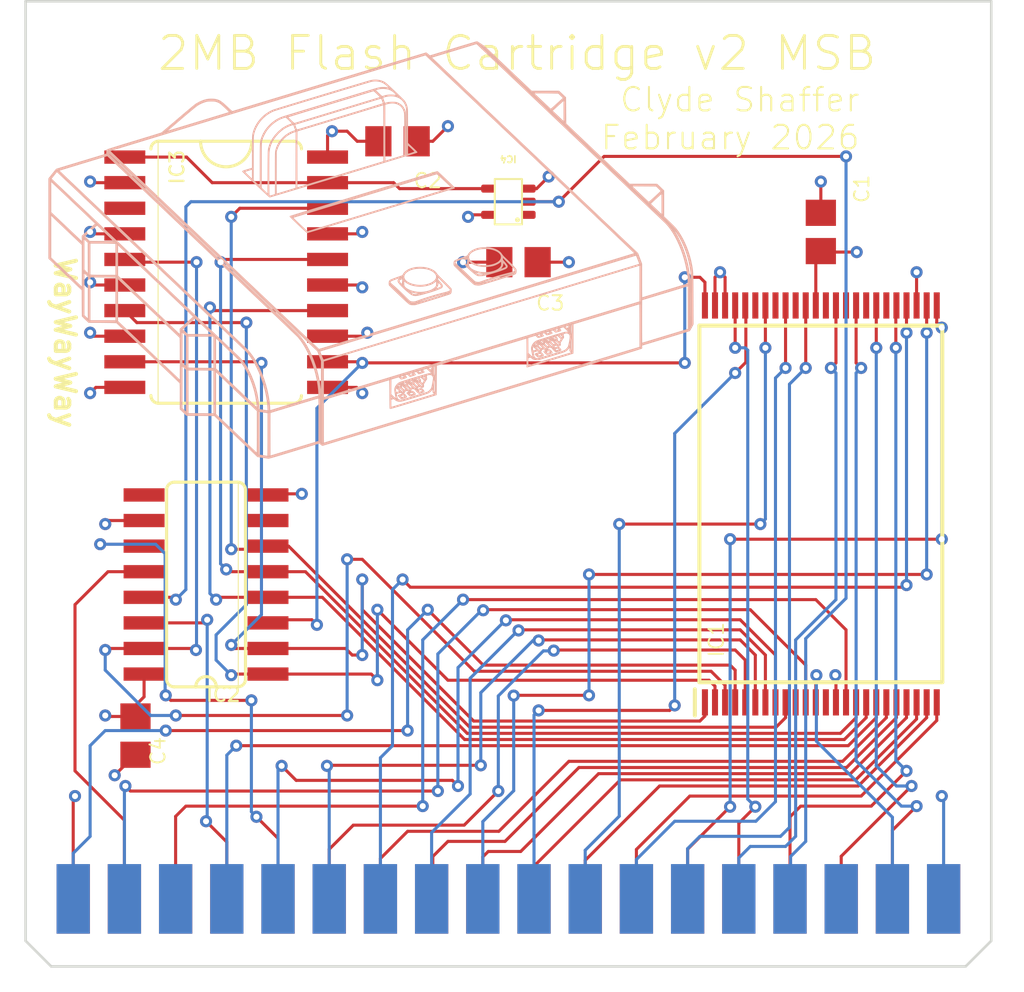
<source format=kicad_pcb>
(kicad_pcb (version 20241229) (generator "pcbnew") (generator_version "9.0")
  (layers (0 "F.Cu" signal) (4 "In1.Cu" signal) (6 "In2.Cu" signal) (2 "B.Cu" signal) (13 "F.Paste" user) (15 "B.Paste" user) (5 "F.SilkS" user "F.Silkscreen") (7 "B.SilkS" user "B.Silkscreen") (1 "F.Mask" user) (3 "B.Mask" user) (25 "Edge.Cuts" user))
  (net 0 "")
  (net 1 "VCC")
  (net 2 "GND")
  (net 3 "/A16")
  (net 4 "/A-1")
  (net 5 "/D7")
  (net 7 "/D6")
  (net 9 "/D5")
  (net 11 "/D4")
  (net 13 "/D3")
  (net 15 "/D2")
  (net 17 "/D1")
  (net 19 "/D0")
  (net 20 "/~{OE}")
  (net 21 "/~{CS}")
  (net 22 "/A0")
  (net 23 "/A1")
  (net 24 "/A2")
  (net 25 "/A3")
  (net 26 "/A4")
  (net 27 "/A5")
  (net 28 "/A6")
  (net 29 "/A7")
  (net 30 "/A17")
  (net 31 "/A18")
  (net 32 "/FLASHBUSY")
  (net 34 "/~{RESET}")
  (net 35 "/~{WE}")
  (net 37 "/A19")
  (net 38 "/A8")
  (net 39 "/A9")
  (net 40 "/A10")
  (net 41 "/A11")
  (net 42 "/A12")
  (net 43 "/A13")
  (net 44 "/A14")
  (net 45 "/A15")
  (net 47 "/BANK_CLK")
  (net 49 "/BANK_DONE")
  (net 50 "/~{BANKING}")
  (net 51 "/BANK_SER")
  (net 52 "Net-(IC3A-G)")
  (footprint "FlashCardBanked2M:C0805" (layer "F.Cu") (at 149 94)
    (property "Reference" "C3")
    (property "Value" "C-USC0805" (hide yes))
  )
  (footprint "FlashCardBanked2M:C0805" (layer "F.Cu") (at 143 88)
    (property "Reference" "C2")
    (property "Value" "C-USC0805" (hide yes))
  )
  (footprint "FlashCardBanked2M:C0805" (layer "F.Cu") (at 164 92.5 90)
    (property "Reference" "C1")
    (property "Value" "C-USC0805" (hide yes))
  )
  (footprint "FlashCardBanked2M:SO20W" (layer "F.Cu") (at 134.5 94.5 -90)
    (property "Reference" "IC3")
    (property "Value" "74244DW")
  )
  (footprint "FlashCardBanked2M:SOP50P2000X120-48N" (layer "F.Cu") (at 164 106 90)
    (property "Reference" "IC1")
    (property "Value" "AS29CF160B-55TIN")
  )
  (footprint "MountingHole:MountingHole_8.4mm_M8" (layer "F.Cu") (at 148.6789 105.60685)
    (property "Reference" "H1" (hide yes))
    (property "Value" "MountingHole" (hide yes))
  )
  (footprint "FlashCardBanked2M:CARD36" (layer "F.Cu") (at 124.5489 128.9558)
    (property "Reference" "U$1" (hide yes))
    (property "Value" "GT_CART3GT_CARD" (hide yes))
    (fp_line (start 0 -47.9044) (end 0 -1.27) (stroke (width 0.127)) (layer "Edge.Cuts"))
    (fp_line (start 0 -1.27) (end 1.27 0) (stroke (width 0.127)) (layer "Edge.Cuts"))
    (fp_line (start 1.27 0) (end 46.6344 0) (stroke (width 0.127)) (layer "Edge.Cuts"))
    (fp_line (start 46.6344 0) (end 47.9044 -1.27) (stroke (width 0.127)) (layer "Edge.Cuts"))
    (fp_line (start 47.9044 -47.9044) (end 0 -47.9044) (stroke (width 0.127)) (layer "Edge.Cuts"))
    (fp_line (start 47.9044 -1.27) (end 47.9044 -47.9044) (stroke (width 0.127)) (layer "Edge.Cuts"))
  )
  (footprint "FlashCardBanked2M:TSSOP5" (layer "F.Cu") (at 148.5 91 180)
    (property "Reference" "IC4")
    (property "Value" "74HC1G04GW")
  )
  (footprint "FlashCardBanked2M:C0805" (layer "F.Cu") (at 130 117.5 -90)
    (property "Reference" "C4")
    (property "Value" "C-USC0805" (hide yes))
  )
  (footprint "FlashCardBanked2M:SO16" (layer "F.Cu") (at 133.5 110 90)
    (property "Reference" "IC2")
    (property "Value" "74595D")
  )
  (footprint "FlashCardBanked2M:ConsoleOutline" (layer "B.Cu") (at 141.5 93.5 180)
    (property "Reference" "G***" (hide yes))
    (property "Value" "LOGO" (hide yes))
  )
  (gr_text "WayWayWay\n" (at 126.5 98 270) (layer "F.SilkS") (effects (font (size 1 1) (thickness 0.2) (bold yes))))
  (gr_text "2MB Flash Cartridge v2 MSB" (at 131.0005 82.677 0) (layer "F.SilkS") (effects (font (size 1.63576 1.63576) (thickness 0.14224)) (justify left top)))
  (gr_text "Clyde Shaffer\nFebruary 2026" (at 166 88.5 0) (layer "F.SilkS") (effects (font (size 1.1684 1.1684) (thickness 0.1016)) (justify right bottom)))
  (segment (start 130 116.55) (end 128.55 116.55) (width 0.1524) (layer "F.Cu") (net 1))
  (segment (start 129.4708 92.595) (end 127.845 92.595) (width 0.1524) (layer "F.Cu") (net 1))
  (segment (start 129.4708 90.055) (end 127.805 90.055) (width 0.1524) (layer "F.Cu") (net 1))
  (segment (start 128.675 106.825) (end 128.5 107) (width 0.1524) (layer "F.Cu") (net 1))
  (segment (start 127.925 97.675) (end 127.75 97.5) (width 0.1524) (layer "F.Cu") (net 1))
  (segment (start 140.5 87.5) (end 139.75 87.5) (width 0.1524) (layer "F.Cu") (net 1))
  (segment (start 130 116) (end 130.4266 115.5734) (width 0.1524) (layer "F.Cu") (net 1))
  (segment (start 126.9111 120.5889) (end 127 120.5) (width 0.1524) (layer "F.Cu") (net 1))
  (segment (start 139.5292 92.595) (end 141.155 92.595) (width 0.1524) (layer "F.Cu") (net 1))
  (segment (start 129.4708 95.135) (end 127.885 95.135) (width 0.1524) (layer "F.Cu") (net 1))
  (segment (start 142.05 88) (end 141 88) (width 0.1524) (layer "F.Cu") (net 1))
  (segment (start 130.4266 106.825) (end 128.675 106.825) (width 0.1524) (layer "F.Cu") (net 1))
  (segment (start 129.4708 97.675) (end 127.925 97.675) (width 0.1524) (layer "F.Cu") (net 1))
  (segment (start 139.5292 87.7208) (end 139.75 87.5) (width 0.1524) (layer "F.Cu") (net 1))
  (segment (start 128.55 116.55) (end 128.5 116.5) (width 0.1524) (layer "F.Cu") (net 1))
  (segment (start 164.05 93.5) (end 165.7786 93.5) (width 0.1524) (layer "F.Cu") (net 1))
  (segment (start 130 116.55) (end 130 116) (width 0.1524) (layer "F.Cu") (net 1))
  (segment (start 164 93.45) (end 163.75 93.7) (width 0.1524) (layer "F.Cu") (net 1))
  (segment (start 141 88) (end 140.5 87.5) (width 0.1524) (layer "F.Cu") (net 1))
  (segment (start 126.9111 125.603) (end 126.9111 120.5889) (width 0.1524) (layer "F.Cu") (net 1))
  (segment (start 164 93.45) (end 164.05 93.5) (width 0.1524) (layer "F.Cu") (net 1))
  (segment (start 164.75 114.5286) (end 164.75 115.85) (width 0.1524) (layer "F.Cu") (net 1))
  (segment (start 127.805 90.055) (end 127.75 90) (width 0.1524) (layer "F.Cu") (net 1))
  (segment (start 127.845 92.595) (end 127.75 92.5) (width 0.1524) (layer "F.Cu") (net 1))
  (segment (start 163.75 93.7) (end 163.75 96.15) (width 0.1524) (layer "F.Cu") (net 1))
  (segment (start 147.5 91.65) (end 146.6 91.65) (width 0.1524) (layer "F.Cu") (net 1))
  (segment (start 146.6 91.65) (end 146.5 91.75) (width 0.1524) (layer "F.Cu") (net 1))
  (segment (start 164.7214 114.5) (end 164.75 114.5286) (width 0.1524) (layer "F.Cu") (net 1))
  (segment (start 139.5292 97.675) (end 141.325 97.675) (width 0.1524) (layer "F.Cu") (net 1))
  (segment (start 141.135 95.135) (end 141.25 95.25) (width 0.1524) (layer "F.Cu") (net 1))
  (segment (start 139.5292 95.135) (end 141.135 95.135) (width 0.1524) (layer "F.Cu") (net 1))
  (segment (start 127.885 95.135) (end 127.75 95) (width 0.1524) (layer "F.Cu") (net 1))
  (segment (start 140.965 100.215) (end 141.25 100.5) (width 0.1524) (layer "F.Cu") (net 1))
  (segment (start 139.5292 88.785) (end 139.5292 87.7208) (width 0.1524) (layer "F.Cu") (net 1))
  (segment (start 141.325 97.675) (end 141.5 97.5) (width 0.1524) (layer "F.Cu") (net 1))
  (segment (start 141.155 92.595) (end 141.25 92.5) (width 0.1524) (layer "F.Cu") (net 1))
  (segment (start 130.4266 115.5734) (end 130.4266 114.445) (width 0.1524) (layer "F.Cu") (net 1))
  (segment (start 139.5292 100.215) (end 140.965 100.215) (width 0.1524) (layer "F.Cu") (net 1))
  (segment (start 148.05 94) (end 146.25 94) (width 0.1524) (layer "F.Cu") (net 1))
  (via (at 165.7786 93.5) (size 0.6) (drill 0.3) (layers "F.Cu" "B.Cu") (net 1))
  (via (at 141.25 100.5) (size 0.6) (drill 0.3) (layers "F.Cu" "B.Cu") (net 1))
  (via (at 127 120.5) (size 0.6) (drill 0.3) (layers "F.Cu" "B.Cu") (net 1))
  (via (at 146.25 94) (size 0.6) (drill 0.3) (layers "F.Cu" "B.Cu") (net 1))
  (via (at 127.75 97.5) (size 0.6) (drill 0.3) (layers "F.Cu" "B.Cu") (net 1))
  (via (at 146.5 91.75) (size 0.6) (drill 0.3) (layers "F.Cu" "B.Cu") (net 1))
  (via (at 139.75 87.5) (size 0.6) (drill 0.3) (layers "F.Cu" "B.Cu") (net 1))
  (via (at 141.5 97.5) (size 0.6) (drill 0.3) (layers "F.Cu" "B.Cu") (net 1))
  (via (at 127.75 90) (size 0.6) (drill 0.3) (layers "F.Cu" "B.Cu") (net 1))
  (via (at 164.7214 114.5) (size 0.6) (drill 0.3) (layers "F.Cu" "B.Cu") (net 1))
  (via (at 127.75 92.5) (size 0.6) (drill 0.3) (layers "F.Cu" "B.Cu") (net 1))
  (via (at 128.5 107) (size 0.6) (drill 0.3) (layers "F.Cu" "B.Cu") (net 1))
  (via (at 141.25 92.5) (size 0.6) (drill 0.3) (layers "F.Cu" "B.Cu") (net 1))
  (via (at 141.25 95.25) (size 0.6) (drill 0.3) (layers "F.Cu" "B.Cu") (net 1))
  (via (at 127.75 95) (size 0.6) (drill 0.3) (layers "F.Cu" "B.Cu") (net 1))
  (via (at 128.5 116.5) (size 0.6) (drill 0.3) (layers "F.Cu" "B.Cu") (net 1))
  (segment (start 136.6284 105.5) (end 136.5734 105.555) (width 0.1524) (layer "F.Cu") (net 2))
  (segment (start 149.5 90.35) (end 149.9 90.35) (width 0.1524) (layer "F.Cu") (net 2))
  (segment (start 159.25 96.15) (end 159.25 94.75) (width 0.1524) (layer "F.Cu") (net 2))
  (segment (start 144.75 88) (end 145.5 87.25) (width 0.1524) (layer "F.Cu") (net 2))
  (segment (start 149.9 90.35) (end 150.5 89.75) (width 0.1524) (layer "F.Cu") (net 2))
  (segment (start 168.75 96.15) (end 168.75 94.5) (width 0.1524) (layer "F.Cu") (net 2))
  (segment (start 164 91.55) (end 164 90) (width 0.1524) (layer "F.Cu") (net 2))
  (segment (start 158.75 96.15) (end 158.75 94.75) (width 0.1524) (layer "F.Cu") (net 2))
  (segment (start 149.95 94) (end 151.5 94) (width 0.1524) (layer "F.Cu") (net 2))
  (segment (start 130 118.45) (end 129.985942 118.45) (width 0.1524) (layer "F.Cu") (net 2))
  (segment (start 129.985942 118.45) (end 128.967971 119.467971) (width 0.1524) (layer "F.Cu") (net 2))
  (segment (start 138.25 105.5) (end 136.6284 105.5) (width 0.1524) (layer "F.Cu") (net 2))
  (segment (start 158.75 94.75) (end 159 94.5) (width 0.1524) (layer "F.Cu") (net 2))
  (segment (start 143.95 88) (end 144.75 88) (width 0.1524) (layer "F.Cu") (net 2))
  (segment (start 128.035 100.215) (end 127.75 100.5) (width 0.1524) (layer "F.Cu") (net 2))
  (segment (start 159.25 94.75) (end 159 94.5) (width 0.1524) (layer "F.Cu") (net 2))
  (segment (start 129.4708 100.215) (end 128.035 100.215) (width 0.1524) (layer "F.Cu") (net 2))
  (via (at 138.25 105.5) (size 0.6) (drill 0.3) (layers "F.Cu" "B.Cu") (net 2))
  (via (at 150.5 89.75) (size 0.6) (drill 0.3) (layers "F.Cu" "B.Cu") (net 2))
  (via (at 170 120.5) (size 0.6) (drill 0.3) (layers "F.Cu" "B.Cu") (net 2))
  (via (at 127.75 100.5) (size 0.6) (drill 0.3) (layers "F.Cu" "B.Cu") (net 2))
  (via (at 151.5 94) (size 0.6) (drill 0.3) (layers "F.Cu" "B.Cu") (net 2))
  (via (at 145.5 87.25) (size 0.6) (drill 0.3) (layers "F.Cu" "B.Cu") (net 2))
  (via (at 128.967971 119.467971) (size 0.6) (drill 0.3) (layers "F.Cu" "B.Cu") (net 2))
  (via (at 159 94.5) (size 0.6) (drill 0.3) (layers "F.Cu" "B.Cu") (net 2))
  (via (at 164 90) (size 0.6) (drill 0.3) (layers "F.Cu" "B.Cu") (net 2))
  (via (at 168.75 94.5) (size 0.6) (drill 0.3) (layers "F.Cu" "B.Cu") (net 2))
  (segment (start 170.0911 120.5911) (end 170 120.5) (width 0.1524) (layer "B.Cu") (net 2))
  (segment (start 170.0911 125.603) (end 170.0911 120.5911) (width 0.1524) (layer "B.Cu") (net 2))
  (segment (start 138.75 111.75) (end 139 112) (width 0.1524) (layer "F.Cu") (net 3))
  (segment (start 158 94.75) (end 158.25 95) (width 0.1524) (layer "F.Cu") (net 3))
  (segment (start 158.25 95) (end 158.25 96.15) (width 0.1524) (layer "F.Cu") (net 3))
  (segment (start 141.25 99) (end 141.195 98.945) (width 0.1524) (layer "F.Cu") (net 3))
  (segment (start 136.7284 111.75) (end 138.75 111.75) (width 0.1524) (layer "F.Cu") (net 3))
  (segment (start 141.195 98.945) (end 139.5292 98.945) (width 0.1524) (layer "F.Cu") (net 3))
  (segment (start 141.25 99) (end 157.25 99) (width 0.1524) (layer "F.Cu") (net 3))
  (segment (start 157.25 94.75) (end 158 94.75) (width 0.1524) (layer "F.Cu") (net 3))
  (segment (start 136.5734 111.905) (end 136.7284 111.75) (width 0.1524) (layer "F.Cu") (net 3))
  (via (at 141.25 99) (size 0.6) (drill 0.3) (layers "F.Cu" "B.Cu") (net 3))
  (via (at 157.25 99) (size 0.6) (drill 0.3) (layers "F.Cu" "B.Cu") (net 3))
  (via (at 139 112) (size 0.6) (drill 0.3) (layers "F.Cu" "B.Cu") (net 3))
  (via (at 157.25 94.75) (size 0.6) (drill 0.3) (layers "F.Cu" "B.Cu") (net 3))
  (segment (start 157.25 99) (end 157.25 94.75) (width 0.1524) (layer "B.Cu") (net 3))
  (segment (start 139 101.25) (end 141.25 99) (width 0.1524) (layer "B.Cu") (net 3))
  (segment (start 139 112) (end 139 101.25) (width 0.1524) (layer "B.Cu") (net 3))
  (segment (start 159.75 98.25) (end 159.75 96.15) (width 0.1524) (layer "F.Cu") (net 4))
  (segment (start 159.9311 121.8475) (end 160.75 121.0286) (width 0.1524) (layer "F.Cu") (net 4))
  (segment (start 159.9311 125.603) (end 159.9311 121.8475) (width 0.1524) (layer "F.Cu") (net 4))
  (via (at 160.75 121.0286) (size 0.6) (drill 0.3) (layers "F.Cu" "B.Cu") (net 4))
  (via (at 159.75 98.25) (size 0.6) (drill 0.3) (layers "F.Cu" "B.Cu") (net 4))
  (segment (start 160.375 120.6536) (end 160.75 121.0286) (width 0.1524) (layer "B.Cu") (net 4))
  (segment (start 159.75 98.25) (end 160.25 98.25) (width 0.1524) (layer "B.Cu") (net 4))
  (segment (start 160.375 98.375) (end 160.375 120.6536) (width 0.1524) (layer "B.Cu") (net 4))
  (segment (start 160.25 98.25) (end 160.375 98.375) (width 0.1524) (layer "B.Cu") (net 4))
  (segment (start 150 116.2482) (end 156.5018 116.2482) (width 0.1524) (layer "F.Cu") (net 5))
  (segment (start 160.2796 98.9704) (end 159.75 99.5) (width 0.1524) (layer "F.Cu") (net 5))
  (segment (start 160.2796 96.1796) (end 160.2796 98.9704) (width 0.1524) (layer "F.Cu") (net 5))
  (segment (start 160.25 96.15) (end 160.2796 96.1796) (width 0.1524) (layer "F.Cu") (net 5))
  (segment (start 156.5018 116.2482) (end 156.75 116) (width 0.1524) (layer "F.Cu") (net 5))
  (via (at 156.75 116) (size 0.6) (drill 0.3) (layers "F.Cu" "B.Cu") (net 5))
  (via (at 159.75 99.5) (size 0.6) (drill 0.3) (layers "F.Cu" "B.Cu") (net 5))
  (via (at 150 116.2482) (size 0.6) (drill 0.3) (layers "F.Cu" "B.Cu") (net 5))
  (segment (start 149.7711 125.603) (end 149.7711 116.4771) (width 0.1524) (layer "B.Cu") (net 5))
  (segment (start 156.75 116) (end 156.75 102.5) (width 0.1524) (layer "B.Cu") (net 5))
  (segment (start 156.75 102.5) (end 159.75 99.5) (width 0.1524) (layer "B.Cu") (net 5))
  (segment (start 149.7711 116.4771) (end 150 116.2482) (width 0.1524) (layer "B.Cu") (net 5))
  (segment (start 161.25 96.15) (end 161.25 98.25) (width 0.1524) (layer "F.Cu") (net 7))
  (segment (start 161 107) (end 154 107) (width 0.1524) (layer "F.Cu") (net 7))
  (via (at 154 107) (size 0.6) (drill 0.3) (layers "F.Cu" "B.Cu") (net 7))
  (via (at 161.25 98.25) (size 0.6) (drill 0.3) (layers "F.Cu" "B.Cu") (net 7))
  (via (at 161 107) (size 0.6) (drill 0.3) (layers "F.Cu" "B.Cu") (net 7))
  (segment (start 161.25 106.75) (end 161 107) (width 0.1524) (layer "B.Cu") (net 7))
  (segment (start 154 121.5) (end 152.3111 123.1889) (width 0.1524) (layer "B.Cu") (net 7))
  (segment (start 161.25 98.25) (end 161.25 106.75) (width 0.1524) (layer "B.Cu") (net 7))
  (segment (start 152.3111 123.1889) (end 152.3111 125.603) (width 0.1524) (layer "B.Cu") (net 7))
  (segment (start 154 107) (end 154 121.5) (width 0.1524) (layer "B.Cu") (net 7))
  (segment (start 162.25 96.15) (end 162.25 99.25) (width 0.1524) (layer "F.Cu") (net 9))
  (via (at 162.25 99.25) (size 0.6) (drill 0.3) (layers "F.Cu" "B.Cu") (net 9))
  (segment (start 154.8511 125.603) (end 154.8511 123.6489) (width 0.1524) (layer "B.Cu") (net 9))
  (segment (start 156.75 121.75) (end 160.777568 121.75) (width 0.1524) (layer "B.Cu") (net 9))
  (segment (start 154.8511 123.6489) (end 156.75 121.75) (width 0.1524) (layer "B.Cu") (net 9))
  (segment (start 160.777568 121.75) (end 161.75 120.777568) (width 0.1524) (layer "B.Cu") (net 9))
  (segment (start 161.75 99.75) (end 162.25 99.25) (width 0.1524) (layer "B.Cu") (net 9))
  (segment (start 161.75 120.777568) (end 161.75 99.75) (width 0.1524) (layer "B.Cu") (net 9))
  (segment (start 163.25 96.15) (end 163.25 99.25) (width 0.1524) (layer "F.Cu") (net 11))
  (via (at 163.25 99.25) (size 0.6) (drill 0.3) (layers "F.Cu" "B.Cu") (net 11))
  (segment (start 162.4442 100.0558) (end 162.4442 122.0558) (width 0.1524) (layer "B.Cu") (net 11))
  (segment (start 157.3911 123.1089) (end 157.3911 125.603) (width 0.1524) (layer "B.Cu") (net 11))
  (segment (start 162 122.5) (end 158 122.5) (width 0.1524) (layer "B.Cu") (net 11))
  (segment (start 163.25 99.25) (end 162.4442 100.0558) (width 0.1524) (layer "B.Cu") (net 11))
  (segment (start 158 122.5) (end 157.3911 123.1089) (width 0.1524) (layer "B.Cu") (net 11))
  (segment (start 162.4442 122.0558) (end 162 122.5) (width 0.1524) (layer "B.Cu") (net 11))
  (segment (start 164.75 99) (end 164.5 99.25) (width 0.1524) (layer "F.Cu") (net 13))
  (segment (start 164.75 96.15) (end 164.75 99) (width 0.1524) (layer "F.Cu") (net 13))
  (via (at 164.5 99.25) (size 0.6) (drill 0.3) (layers "F.Cu" "B.Cu") (net 13))
  (segment (start 164.75 110.75) (end 162.75 112.75) (width 0.1524) (layer "B.Cu") (net 13))
  (segment (start 160.5 123) (end 159.9311 123.5689) (width 0.1524) (layer "B.Cu") (net 13))
  (segment (start 162.75 112.75) (end 162.75 122.5) (width 0.1524) (layer "B.Cu") (net 13))
  (segment (start 162.75 122.5) (end 162.25 123) (width 0.1524) (layer "B.Cu") (net 13))
  (segment (start 164.75 99.5) (end 164.75 110.75) (width 0.1524) (layer "B.Cu") (net 13))
  (segment (start 159.9311 123.5689) (end 159.9311 125.603) (width 0.1524) (layer "B.Cu") (net 13))
  (segment (start 164.5 99.25) (end 164.75 99.5) (width 0.1524) (layer "B.Cu") (net 13))
  (segment (start 162.25 123) (end 160.5 123) (width 0.1524) (layer "B.Cu") (net 13))
  (segment (start 165.75 96.15) (end 165.75 99) (width 0.1524) (layer "F.Cu") (net 15))
  (segment (start 167.5511 125.603) (end 167.5511 122.1989) (width 0.1524) (layer "F.Cu") (net 15))
  (segment (start 165.75 99) (end 166 99.25) (width 0.1524) (layer "F.Cu") (net 15))
  (segment (start 167.5511 122.1989) (end 168.75 121) (width 0.1524) (layer "F.Cu") (net 15))
  (via (at 166 99.25) (size 0.6) (drill 0.3) (layers "F.Cu" "B.Cu") (net 15))
  (via (at 168.75 121) (size 0.6) (drill 0.3) (layers "F.Cu" "B.Cu") (net 15))
  (segment (start 165.75 118.75) (end 168 121) (width 0.1524) (layer "B.Cu") (net 15))
  (segment (start 166 99.25) (end 165.75 99.5) (width 0.1524) (layer "B.Cu") (net 15))
  (segment (start 165.75 99.5) (end 165.75 118.75) (width 0.1524) (layer "B.Cu") (net 15))
  (segment (start 168 121) (end 168.75 121) (width 0.1524) (layer "B.Cu") (net 15))
  (segment (start 165.0111 123.4889) (end 165.0111 125.603) (width 0.1524) (layer "F.Cu") (net 17))
  (segment (start 168.5 120) (end 165.0111 123.4889) (width 0.1524) (layer "F.Cu") (net 17))
  (segment (start 166.75 98.25) (end 166.75 96.15) (width 0.1524) (layer "F.Cu") (net 17))
  (via (at 168.5 120) (size 0.6) (drill 0.3) (layers "F.Cu" "B.Cu") (net 17))
  (via (at 166.75 98.25) (size 0.6) (drill 0.3) (layers "F.Cu" "B.Cu") (net 17))
  (segment (start 168.5 120) (end 167.75 120) (width 0.1524) (layer "B.Cu") (net 17))
  (segment (start 166.75 119) (end 166.75 98.25) (width 0.1524) (layer "B.Cu") (net 17))
  (segment (start 167.75 120) (end 166.75 119) (width 0.1524) (layer "B.Cu") (net 17))
  (segment (start 167.75 96.15) (end 167.7204 96.1796) (width 0.1524) (layer "F.Cu") (net 19))
  (segment (start 167.7204 98.249) (end 167.7214 98.25) (width 0.1524) (layer "F.Cu") (net 19))
  (segment (start 166.5 121) (end 163 121) (width 0.1524) (layer "F.Cu") (net 19))
  (segment (start 162.4711 121.5289) (end 162.4711 125.603) (width 0.1524) (layer "F.Cu") (net 19))
  (segment (start 163 121) (end 162.4711 121.5289) (width 0.1524) (layer "F.Cu") (net 19))
  (segment (start 167.7204 96.1796) (end 167.7204 98.249) (width 0.1524) (layer "F.Cu") (net 19))
  (segment (start 168.25 119.25) (end 166.5 121) (width 0.1524) (layer "F.Cu") (net 19))
  (via (at 168.25 119.25) (size 0.6) (drill 0.3) (layers "F.Cu" "B.Cu") (net 19))
  (via (at 167.7214 98.25) (size 0.6) (drill 0.3) (layers "F.Cu" "B.Cu") (net 19))
  (segment (start 168.25 119.25) (end 167.7214 118.7214) (width 0.1524) (layer "B.Cu") (net 19))
  (segment (start 167.7214 118.7214) (end 167.7214 98.25) (width 0.1524) (layer "B.Cu") (net 19))
  (segment (start 143.63405 110.13405) (end 143.25 109.75) (width 0.1524) (layer "F.Cu") (net 20))
  (segment (start 168.25 110.0286) (end 168.14455 110.13405) (width 0.1524) (layer "F.Cu") (net 20))
  (segment (start 168.25 96.15) (end 168.25 97.5) (width 0.1524) (layer "F.Cu") (net 20))
  (segment (start 168.14455 110.13405) (end 143.63405 110.13405) (width 0.1524) (layer "F.Cu") (net 20))
  (via (at 143.25 109.75) (size 0.6) (drill 0.3) (layers "F.Cu" "B.Cu") (net 20))
  (via (at 168.25 110.0286) (size 0.6) (drill 0.3) (layers "F.Cu" "B.Cu") (net 20))
  (via (at 168.25 97.5) (size 0.6) (drill 0.3) (layers "F.Cu" "B.Cu") (net 20))
  (segment (start 142.75 118) (end 142.1511 118.5989) (width 0.1524) (layer "B.Cu") (net 20))
  (segment (start 143.25 109.75) (end 142.75 110.25) (width 0.1524) (layer "B.Cu") (net 20))
  (segment (start 142.1511 118.5989) (end 142.1511 125.603) (width 0.1524) (layer "B.Cu") (net 20))
  (segment (start 168.25 97.5) (end 168.25 110.0286) (width 0.1524) (layer "B.Cu") (net 20))
  (segment (start 142.75 110.25) (end 142.75 118) (width 0.1524) (layer "B.Cu") (net 20))
  (segment (start 152.5 115.5) (end 148.776154 115.5) (width 0.1524) (layer "F.Cu") (net 21))
  (segment (start 169.25 96.15) (end 169.25 97.5) (width 0.1524) (layer "F.Cu") (net 21))
  (segment (start 169.25 109.5) (end 152.5 109.5) (width 0.1524) (layer "F.Cu") (net 21))
  (segment (start 148.776154 115.5) (end 148.763077 115.513077) (width 0.1524) (layer "F.Cu") (net 21))
  (via (at 169.25 109.5) (size 0.6) (drill 0.3) (layers "F.Cu" "B.Cu") (net 21))
  (via (at 148.763077 115.513077) (size 0.6) (drill 0.3) (layers "F.Cu" "B.Cu") (net 21))
  (via (at 152.5 109.5) (size 0.6) (drill 0.3) (layers "F.Cu" "B.Cu") (net 21))
  (via (at 169.25 97.5) (size 0.6) (drill 0.3) (layers "F.Cu" "B.Cu") (net 21))
  (via (at 152.5 115.5) (size 0.6) (drill 0.3) (layers "F.Cu" "B.Cu") (net 21))
  (segment (start 152.5 109.5) (end 152.5 115.5) (width 0.1524) (layer "B.Cu") (net 21))
  (segment (start 148.763077 120.235891) (end 147.2311 121.767868) (width 0.1524) (layer "B.Cu") (net 21))
  (segment (start 169.25 97.5) (end 169.25 109.5) (width 0.1524) (layer "B.Cu") (net 21))
  (segment (start 148.763077 115.513077) (end 148.763077 120.235891) (width 0.1524) (layer "B.Cu") (net 21))
  (segment (start 147.2311 121.767868) (end 147.2311 125.603) (width 0.1524) (layer "B.Cu") (net 21))
  (segment (start 157.3911 123.1375) (end 157.3911 125.603) (width 0.1524) (layer "F.Cu") (net 22))
  (segment (start 170 107.75) (end 159.5 107.75) (width 0.1524) (layer "F.Cu") (net 22))
  (segment (start 159.5 121.0286) (end 157.3911 123.1375) (width 0.1524) (layer "F.Cu") (net 22))
  (segment (start 169.75 97) (end 170 97.25) (width 0.1524) (layer "F.Cu") (net 22))
  (segment (start 169.75 96.15) (end 169.75 97) (width 0.1524) (layer "F.Cu") (net 22))
  (via (at 159.5 121.0286) (size 0.6) (drill 0.3) (layers "F.Cu" "B.Cu") (net 22))
  (via (at 170 107.75) (size 0.6) (drill 0.3) (layers "F.Cu" "B.Cu") (net 22))
  (via (at 159.5 107.75) (size 0.6) (drill 0.3) (layers "F.Cu" "B.Cu") (net 22))
  (via (at 170 97.25) (size 0.6) (drill 0.3) (layers "F.Cu" "B.Cu") (net 22))
  (segment (start 159.5 107.75) (end 159.5 121.0286) (width 0.1524) (layer "B.Cu") (net 22))
  (segment (start 170 97.25) (end 170 107.75) (width 0.1524) (layer "B.Cu") (net 22))
  (segment (start 169.75 116.75) (end 166 120.5) (width 0.1524) (layer "F.Cu") (net 23))
  (segment (start 169.75 115.85) (end 169.75 116.75) (width 0.1524) (layer "F.Cu") (net 23))
  (segment (start 166 120.5) (end 157.5 120.5) (width 0.1524) (layer "F.Cu") (net 23))
  (segment (start 157.5 120.5) (end 154.8511 123.1489) (width 0.1524) (layer "F.Cu") (net 23))
  (segment (start 154.8511 123.1489) (end 154.8511 125.603) (width 0.1524) (layer "F.Cu") (net 23))
  (segment (start 152.3111 123.6889) (end 152.3111 125.603) (width 0.1524) (layer "F.Cu") (net 24))
  (segment (start 165.8592 120) (end 156 120) (width 0.1524) (layer "F.Cu") (net 24))
  (segment (start 169.25 116.6092) (end 165.8592 120) (width 0.1524) (layer "F.Cu") (net 24))
  (segment (start 156 120) (end 152.3111 123.6889) (width 0.1524) (layer "F.Cu") (net 24))
  (segment (start 169.25 115.85) (end 169.25 116.6092) (width 0.1524) (layer "F.Cu") (net 24))
  (segment (start 168.75 115.85) (end 168.75 116.676734) (width 0.1524) (layer "F.Cu") (net 25))
  (segment (start 149.7711 123.9789) (end 149.7711 125.603) (width 0.1524) (layer "F.Cu") (net 25))
  (segment (start 165.732534 119.6942) (end 154.0558 119.6942) (width 0.1524) (layer "F.Cu") (net 25))
  (segment (start 154.0558 119.6942) (end 149.7711 123.9789) (width 0.1524) (layer "F.Cu") (net 25))
  (segment (start 168.75 116.676734) (end 165.732534 119.6942) (width 0.1524) (layer "F.Cu") (net 25))
  (segment (start 147.2311 125.603) (end 147.2311 123.5189) (width 0.1524) (layer "F.Cu") (net 26))
  (segment (start 149.1122 123.25) (end 152.9738 119.3884) (width 0.1524) (layer "F.Cu") (net 26))
  (segment (start 147.2311 123.5189) (end 147.5 123.25) (width 0.1524) (layer "F.Cu") (net 26))
  (segment (start 147.5 123.25) (end 149.1122 123.25) (width 0.1524) (layer "F.Cu") (net 26))
  (segment (start 168.25 116.6092) (end 165.4708 119.3884) (width 0.1524) (layer "F.Cu") (net 26))
  (segment (start 168.25 115.85) (end 168.25 116.6092) (width 0.1524) (layer "F.Cu") (net 26))
  (segment (start 165.4708 119.3884) (end 152.9738 119.3884) (width 0.1524) (layer "F.Cu") (net 26))
  (segment (start 167.75 116.6092) (end 165.2766 119.0826) (width 0.1524) (layer "F.Cu") (net 27))
  (segment (start 144.75 125.5441) (end 144.75 123.5) (width 0.1524) (layer "F.Cu") (net 27))
  (segment (start 148.3326 122.75) (end 152 119.0826) (width 0.1524) (layer "F.Cu") (net 27))
  (segment (start 167.75 115.85) (end 167.75 116.6092) (width 0.1524) (layer "F.Cu") (net 27))
  (segment (start 144.6911 125.603) (end 144.75 125.5441) (width 0.1524) (layer "F.Cu") (net 27))
  (segment (start 144.75 123.5) (end 145.5 122.75) (width 0.1524) (layer "F.Cu") (net 27))
  (segment (start 144.6911 124.0589) (end 144.6911 125.603) (width 0.1524) (layer "F.Cu") (net 27))
  (segment (start 145.5 122.75) (end 148.3326 122.75) (width 0.1524) (layer "F.Cu") (net 27))
  (segment (start 165.2766 119.0826) (end 152 119.0826) (width 0.1524) (layer "F.Cu") (net 27))
  (segment (start 151.5 118.7768) (end 165.0824 118.7768) (width 0.1524) (layer "F.Cu") (net 28))
  (segment (start 143.5 122.25) (end 148.0268 122.25) (width 0.1524) (layer "F.Cu") (net 28))
  (segment (start 148.0268 122.25) (end 151.5 118.7768) (width 0.1524) (layer "F.Cu") (net 28))
  (segment (start 165.0824 118.7768) (end 167.25 116.6092) (width 0.1524) (layer "F.Cu") (net 28))
  (segment (start 142.1511 125.603) (end 142.1511 123.5989) (width 0.1524) (layer "F.Cu") (net 28))
  (segment (start 167.25 116.6092) (end 167.25 115.85) (width 0.1524) (layer "F.Cu") (net 28))
  (segment (start 142.1511 123.5989) (end 143.5 122.25) (width 0.1524) (layer "F.Cu") (net 28))
  (segment (start 165.3592 118) (end 135 118) (width 0.1524) (layer "F.Cu") (net 29))
  (segment (start 166.75 116.6092) (end 165.3592 118) (width 0.1524) (layer "F.Cu") (net 29))
  (segment (start 166.75 115.85) (end 166.75 116.6092) (width 0.1524) (layer "F.Cu") (net 29))
  (via (at 135 118) (size 0.6) (drill 0.3) (layers "F.Cu" "B.Cu") (net 29))
  (segment (start 134.5311 118.4689) (end 134.5311 125.603) (width 0.1524) (layer "B.Cu") (net 29))
  (segment (start 135 118) (end 134.5311 118.4689) (width 0.1524) (layer "B.Cu") (net 29))
  (segment (start 136.5734 110.635) (end 134.115 110.635) (width 0.1524) (layer "F.Cu") (net 30))
  (segment (start 146.329267 117.6942) (end 139.270068 110.635) (width 0.1524) (layer "F.Cu") (net 30))
  (segment (start 139.270068 110.635) (end 136.5734 110.635) (width 0.1524) (layer "F.Cu") (net 30))
  (segment (start 134.115 110.635) (end 134 110.75) (width 0.1524) (layer "F.Cu") (net 30))
  (segment (start 133.8478 96.405) (end 139.5292 96.405) (width 0.1524) (layer "F.Cu") (net 30))
  (segment (start 166.25 116.6092) (end 165.165 117.6942) (width 0.1524) (layer "F.Cu") (net 30))
  (segment (start 133.6928 96.25) (end 133.8478 96.405) (width 0.1524) (layer "F.Cu") (net 30))
  (segment (start 165.165 117.6942) (end 146.329267 117.6942) (width 0.1524) (layer "F.Cu") (net 30))
  (segment (start 166.25 115.85) (end 166.25 116.6092) (width 0.1524) (layer "F.Cu") (net 30))
  (via (at 133.6928 96.25) (size 0.6) (drill 0.3) (layers "F.Cu" "B.Cu") (net 30))
  (via (at 134 110.75) (size 0.6) (drill 0.3) (layers "F.Cu" "B.Cu") (net 30))
  (segment (start 134 110.75) (end 133.6928 110.4428) (width 0.1524) (layer "B.Cu") (net 30))
  (segment (start 133.6928 110.4428) (end 133.6928 96.25) (width 0.1524) (layer "B.Cu") (net 30))
  (segment (start 134.615 109.365) (end 136.5734 109.365) (width 0.1524) (layer "F.Cu") (net 31))
  (segment (start 165.75 115.85) (end 165.75 116.6092) (width 0.1524) (layer "F.Cu") (net 31))
  (segment (start 165.75 116.6092) (end 164.9708 117.3884) (width 0.1524) (layer "F.Cu") (net 31))
  (segment (start 138.432534 109.365) (end 136.5734 109.365) (width 0.1524) (layer "F.Cu") (net 31))
  (segment (start 164.9708 117.3884) (end 146.455934 117.3884) (width 0.1524) (layer "F.Cu") (net 31))
  (segment (start 134.3564 93.865) (end 134.2214 94) (width 0.1524) (layer "F.Cu") (net 31))
  (segment (start 134.5 109.25) (end 134.615 109.365) (width 0.1524) (layer "F.Cu") (net 31))
  (segment (start 139.5292 93.865) (end 134.3564 93.865) (width 0.1524) (layer "F.Cu") (net 31))
  (segment (start 146.455934 117.3884) (end 138.432534 109.365) (width 0.1524) (layer "F.Cu") (net 31))
  (via (at 134.2214 94) (size 0.6) (drill 0.3) (layers "F.Cu" "B.Cu") (net 31))
  (via (at 134.5 109.25) (size 0.6) (drill 0.3) (layers "F.Cu" "B.Cu") (net 31))
  (segment (start 134.2214 108.9714) (end 134.5 109.25) (width 0.1524) (layer "B.Cu") (net 31))
  (segment (start 134.2214 94) (end 134.2214 108.9714) (width 0.1524) (layer "B.Cu") (net 31))
  (segment (start 146.25 110.75) (end 163.75 110.75) (width 0.1524) (layer "F.Cu") (net 32))
  (segment (start 132.5 121) (end 131.9911 121.5089) (width 0.1524) (layer "F.Cu") (net 32))
  (segment (start 144.25 121) (end 132.5 121) (width 0.1524) (layer "F.Cu") (net 32))
  (segment (start 131.9911 121.5089) (end 131.9911 125.603) (width 0.1524) (layer "F.Cu") (net 32))
  (segment (start 165.25 112.25) (end 165.25 115.85) (width 0.1524) (layer "F.Cu") (net 32))
  (segment (start 163.75 110.75) (end 165.25 112.25) (width 0.1524) (layer "F.Cu") (net 32))
  (via (at 146.25 110.75) (size 0.6) (drill 0.3) (layers "F.Cu" "B.Cu") (net 32))
  (via (at 144.25 121) (size 0.6) (drill 0.3) (layers "F.Cu" "B.Cu") (net 32))
  (segment (start 144.25 121) (end 144.25 112.75) (width 0.1524) (layer "B.Cu") (net 32))
  (segment (start 144.25 112.75) (end 146.25 110.75) (width 0.1524) (layer "B.Cu") (net 32))
  (segment (start 163.75 114.5286) (end 163.75 115.85) (width 0.1524) (layer "F.Cu") (net 34))
  (segment (start 163.7786 114.5) (end 163.75 114.5286) (width 0.1524) (layer "F.Cu") (net 34))
  (via (at 163.7786 114.5) (size 0.6) (drill 0.3) (layers "F.Cu" "B.Cu") (net 34))
  (segment (start 163.7786 117.7786) (end 167.5511 121.5511) (width 0.1524) (layer "B.Cu") (net 34))
  (segment (start 163.7786 114.5) (end 163.7786 117.7786) (width 0.1524) (layer "B.Cu") (net 34))
  (segment (start 167.5511 121.5511) (end 167.5511 125.603) (width 0.1524) (layer "B.Cu") (net 34))
  (segment (start 129.75 120.25) (end 129.5 120) (width 0.1524) (layer "F.Cu") (net 35))
  (segment (start 147.25 111.2786) (end 147.2786 111.25) (width 0.1524) (layer "F.Cu") (net 35))
  (segment (start 147.2786 111.25) (end 160.5 111.25) (width 0.1524) (layer "F.Cu") (net 35))
  (segment (start 145 120.25) (end 129.75 120.25) (width 0.1524) (layer "F.Cu") (net 35))
  (segment (start 163.25 114) (end 163.25 115.85) (width 0.1524) (layer "F.Cu") (net 35))
  (segment (start 160.5 111.25) (end 163.25 114) (width 0.1524) (layer "F.Cu") (net 35))
  (via (at 129.5 120) (size 0.6) (drill 0.3) (layers "F.Cu" "B.Cu") (net 35))
  (via (at 145 120.25) (size 0.6) (drill 0.3) (layers "F.Cu" "B.Cu") (net 35))
  (via (at 147.25 111.2786) (size 0.6) (drill 0.3) (layers "F.Cu" "B.Cu") (net 35))
  (segment (start 145 120.25) (end 145 113.44644) (width 0.1524) (layer "B.Cu") (net 35))
  (segment (start 129.5 120) (end 129.4511 120.0489) (width 0.1524) (layer "B.Cu") (net 35))
  (segment (start 145 113.44644) (end 147.16784 111.2786) (width 0.1524) (layer "B.Cu") (net 35))
  (segment (start 129.4511 120.0489) (end 129.4511 125.603) (width 0.1524) (layer "B.Cu") (net 35))
  (segment (start 147.16784 111.2786) (end 147.25 111.2786) (width 0.1524) (layer "B.Cu") (net 35))
  (segment (start 135.175 91.325) (end 139.5292 91.325) (width 0.1524) (layer "F.Cu") (net 37))
  (segment (start 162.25 115.85) (end 162.25 116.6092) (width 0.1524) (layer "F.Cu") (net 37))
  (segment (start 161.7766 117.0826) (end 146.5826 117.0826) (width 0.1524) (layer "F.Cu") (net 37))
  (segment (start 136.5734 108.095) (end 136.4184 108.25) (width 0.1524) (layer "F.Cu") (net 37))
  (segment (start 134.75 91.75) (end 135.175 91.325) (width 0.1524) (layer "F.Cu") (net 37))
  (segment (start 162.25 116.6092) (end 161.7766 117.0826) (width 0.1524) (layer "F.Cu") (net 37))
  (segment (start 136.4184 108.25) (end 134.75 108.25) (width 0.1524) (layer "F.Cu") (net 37))
  (segment (start 146.5826 117.0826) (end 137.595 108.095) (width 0.1524) (layer "F.Cu") (net 37))
  (segment (start 137.595 108.095) (end 136.5734 108.095) (width 0.1524) (layer "F.Cu") (net 37))
  (via (at 134.75 91.75) (size 0.6) (drill 0.3) (layers "F.Cu" "B.Cu") (net 37))
  (via (at 134.75 108.25) (size 0.6) (drill 0.3) (layers "F.Cu" "B.Cu") (net 37))
  (segment (start 134.75 108.25) (end 134.75 91.75) (width 0.1524) (layer "B.Cu") (net 37))
  (segment (start 137.9714 119.7214) (end 145.7214 119.7214) (width 0.1524) (layer "F.Cu") (net 38))
  (segment (start 148.375598 111.7786) (end 148.404198 111.75) (width 0.1524) (layer "F.Cu") (net 38))
  (segment (start 137.25 119) (end 137.9714 119.7214) (width 0.1524) (layer "F.Cu") (net 38))
  (segment (start 160 111.75) (end 161.75 113.5) (width 0.1524) (layer "F.Cu") (net 38))
  (segment (start 145.7214 119.7214) (end 146 120) (width 0.1524) (layer "F.Cu") (net 38))
  (segment (start 148.404198 111.75) (end 160 111.75) (width 0.1524) (layer "F.Cu") (net 38))
  (segment (start 161.75 113.5) (end 161.75 115.85) (width 0.1524) (layer "F.Cu") (net 38))
  (via (at 137.25 119) (size 0.6) (drill 0.3) (layers "F.Cu" "B.Cu") (net 38))
  (via (at 146 120) (size 0.6) (drill 0.3) (layers "F.Cu" "B.Cu") (net 38))
  (via (at 148.375598 111.7786) (size 0.6) (drill 0.3) (layers "F.Cu" "B.Cu") (net 38))
  (segment (start 137.25 119) (end 137.0711 119.1789) (width 0.1524) (layer "B.Cu") (net 38))
  (segment (start 146 114.125598) (end 146 120) (width 0.1524) (layer "B.Cu") (net 38))
  (segment (start 148.375598 111.7786) (end 148.346998 111.7786) (width 0.1524) (layer "B.Cu") (net 38))
  (segment (start 137.0711 119.1789) (end 137.0711 125.603) (width 0.1524) (layer "B.Cu") (net 38))
  (segment (start 148.346998 111.7786) (end 146 114.125598) (width 0.1524) (layer "B.Cu") (net 38))
  (segment (start 160 112.25) (end 161.25 113.5) (width 0.1524) (layer "F.Cu") (net 39))
  (segment (start 149.003232 112.253232) (end 149.006464 112.25) (width 0.1524) (layer "F.Cu") (net 39))
  (segment (start 149.006464 112.25) (end 160 112.25) (width 0.1524) (layer "F.Cu") (net 39))
  (segment (start 149.003232 112.2786) (end 149.003232 112.253232) (width 0.1524) (layer "F.Cu") (net 39))
  (segment (start 161.25 113.5) (end 161.25 115.85) (width 0.1524) (layer "F.Cu") (net 39))
  (via (at 149.003232 112.2786) (size 0.6) (drill 0.3) (layers "F.Cu" "B.Cu") (net 39))
  (segment (start 146.602267 114.654197) (end 146.602267 120.397733) (width 0.1524) (layer "B.Cu") (net 39))
  (segment (start 148.977864 112.2786) (end 146.602267 114.654197) (width 0.1524) (layer "B.Cu") (net 39))
  (segment (start 146.602267 120.397733) (end 144.6911 122.3089) (width 0.1524) (layer "B.Cu") (net 39))
  (segment (start 144.6911 122.3089) (end 144.6911 125.603) (width 0.1524) (layer "B.Cu") (net 39))
  (segment (start 149.003232 112.2786) (end 148.977864 112.2786) (width 0.1524) (layer "B.Cu") (net 39))
  (segment (start 160.75 113.5) (end 160.75 115.85) (width 0.1524) (layer "F.Cu") (net 40))
  (segment (start 139.52602 118.97398) (end 139.5 119) (width 0.1524) (layer "F.Cu") (net 40))
  (segment (start 160 112.75) (end 160.75 113.5) (width 0.1524) (layer "F.Cu") (net 40))
  (segment (start 150.0286 112.75) (end 160 112.75) (width 0.1524) (layer "F.Cu") (net 40))
  (segment (start 150 112.7786) (end 150.0286 112.75) (width 0.1524) (layer "F.Cu") (net 40))
  (segment (start 147.130867 118.97398) (end 139.52602 118.97398) (width 0.1524) (layer "F.Cu") (net 40))
  (via (at 150 112.7786) (size 0.6) (drill 0.3) (layers "F.Cu" "B.Cu") (net 40))
  (via (at 139.5 119) (size 0.6) (drill 0.3) (layers "F.Cu" "B.Cu") (net 40))
  (via (at 147.130867 118.97398) (size 0.6) (drill 0.3) (layers "F.Cu" "B.Cu") (net 40))
  (segment (start 149.7214 112.7786) (end 147.130867 115.369133) (width 0.1524) (layer "B.Cu") (net 40))
  (segment (start 150 112.7786) (end 149.7214 112.7786) (width 0.1524) (layer "B.Cu") (net 40))
  (segment (start 139.6111 119.1111) (end 139.6111 125.603) (width 0.1524) (layer "B.Cu") (net 40))
  (segment (start 147.130867 115.369133) (end 147.130867 118.97398) (width 0.1524) (layer "B.Cu") (net 40))
  (segment (start 139.5 119) (end 139.6111 119.1111) (width 0.1524) (layer "B.Cu") (net 40))
  (segment (start 146.3058 121.9442) (end 140.8058 121.9442) (width 0.1524) (layer "F.Cu") (net 41))
  (segment (start 150.75 113.2786) (end 150.7786 113.25) (width 0.1524) (layer "F.Cu") (net 41))
  (segment (start 160.25 113.75) (end 160.25 115.85) (width 0.1524) (layer "F.Cu") (net 41))
  (segment (start 159.75 113.25) (end 160.25 113.75) (width 0.1524) (layer "F.Cu") (net 41))
  (segment (start 139.6111 123.1389) (end 139.6111 125.603) (width 0.1524) (layer "F.Cu") (net 41))
  (segment (start 150.7786 113.25) (end 159.75 113.25) (width 0.1524) (layer "F.Cu") (net 41))
  (segment (start 140.8058 121.9442) (end 139.6111 123.1389) (width 0.1524) (layer "F.Cu") (net 41))
  (segment (start 148 120.25) (end 146.3058 121.9442) (width 0.1524) (layer "F.Cu") (net 41))
  (via (at 148 120.25) (size 0.6) (drill 0.3) (layers "F.Cu" "B.Cu") (net 41))
  (via (at 150.75 113.2786) (size 0.6) (drill 0.3) (layers "F.Cu" "B.Cu") (net 41))
  (segment (start 148 115.5286) (end 148 120.25) (width 0.1524) (layer "B.Cu") (net 41))
  (segment (start 150.233859 113.294741) (end 148 115.5286) (width 0.1524) (layer "B.Cu") (net 41))
  (segment (start 150.733859 113.294741) (end 150.233859 113.294741) (width 0.1524) (layer "B.Cu") (net 41))
  (segment (start 150.75 113.2786) (end 150.733859 113.294741) (width 0.1524) (layer "B.Cu") (net 41))
  (segment (start 159.5 114) (end 159.75 114.25) (width 0.1524) (layer "F.Cu") (net 42))
  (segment (start 144.5 111.25) (end 147.25 114) (width 0.1524) (layer "F.Cu") (net 42))
  (segment (start 159.75 114.25) (end 159.75 115.85) (width 0.1524) (layer "F.Cu") (net 42))
  (segment (start 143.5 117.25) (end 131.5 117.25) (width 0.1524) (layer "F.Cu") (net 42))
  (segment (start 147.25 114) (end 159.5 114) (width 0.1524) (layer "F.Cu") (net 42))
  (via (at 131.5 117.25) (size 0.6) (drill 0.3) (layers "F.Cu" "B.Cu") (net 42))
  (via (at 144.5 111.25) (size 0.6) (drill 0.3) (layers "F.Cu" "B.Cu") (net 42))
  (via (at 143.5 117.25) (size 0.6) (drill 0.3) (layers "F.Cu" "B.Cu") (net 42))
  (segment (start 127.75 122.5) (end 126.9111 123.3389) (width 0.1524) (layer "B.Cu") (net 42))
  (segment (start 131.5 117.25) (end 128.5 117.25) (width 0.1524) (layer "B.Cu") (net 42))
  (segment (start 143.25 117.25) (end 143.5 117) (width 0.1524) (layer "B.Cu") (net 42))
  (segment (start 127.75 118) (end 127.75 122.5) (width 0.1524) (layer "B.Cu") (net 42))
  (segment (start 143.5 117.25) (end 143.25 117.25) (width 0.1524) (layer "B.Cu") (net 42))
  (segment (start 143.5 112.25) (end 144.5 111.25) (width 0.1524) (layer "B.Cu") (net 42))
  (segment (start 128.5 117.25) (end 127.75 118) (width 0.1524) (layer "B.Cu") (net 42))
  (segment (start 143.5 117) (end 143.5 112.25) (width 0.1524) (layer "B.Cu") (net 42))
  (segment (start 126.9111 123.3389) (end 126.9111 125.603) (width 0.1524) (layer "B.Cu") (net 42))
  (segment (start 158.5558 114.3058) (end 146.806832 114.3058) (width 0.1524) (layer "F.Cu") (net 43))
  (segment (start 140.5 116.5) (end 132 116.5) (width 0.1524) (layer "F.Cu") (net 43))
  (segment (start 128.575 113.175) (end 130.4266 113.175) (width 0.1524) (layer "F.Cu") (net 43))
  (segment (start 129.6058 94) (end 133.0286 94) (width 0.1524) (layer "F.Cu") (net 43))
  (segment (start 141.251032 108.75) (end 140.5 108.75) (width 0.1524) (layer "F.Cu") (net 43))
  (segment (start 159.25 115) (end 158.5558 114.3058) (width 0.1524) (layer "F.Cu") (net 43))
  (segment (start 128.5 113.25) (end 128.575 113.175) (width 0.1524) (layer "F.Cu") (net 43))
  (segment (start 159.25 115.85) (end 159.25 115) (width 0.1524) (layer "F.Cu") (net 43))
  (segment (start 129.4708 93.865) (end 129.6058 94) (width 0.1524) (layer "F.Cu") (net 43))
  (segment (start 132.925 113.175) (end 130.4266 113.175) (width 0.1524) (layer "F.Cu") (net 43))
  (segment (start 146.806832 114.3058) (end 141.251032 108.75) (width 0.1524) (layer "F.Cu") (net 43))
  (segment (start 133 113.25) (end 132.925 113.175) (width 0.1524) (layer "F.Cu") (net 43))
  (via (at 140.5 116.5) (size 0.6) (drill 0.3) (layers "F.Cu" "B.Cu") (net 43))
  (via (at 132 116.5) (size 0.6) (drill 0.3) (layers "F.Cu" "B.Cu") (net 43))
  (via (at 133.0286 94) (size 0.6) (drill 0.3) (layers "F.Cu" "B.Cu") (net 43))
  (via (at 128.5 113.25) (size 0.6) (drill 0.3) (layers "F.Cu" "B.Cu") (net 43))
  (via (at 133 113.25) (size 0.6) (drill 0.3) (layers "F.Cu" "B.Cu") (net 43))
  (via (at 140.5 108.75) (size 0.6) (drill 0.3) (layers "F.Cu" "B.Cu") (net 43))
  (segment (start 140.5 108.75) (end 140.5 116.5) (width 0.1524) (layer "B.Cu") (net 43))
  (segment (start 132 116.5) (end 130.75 116.5) (width 0.1524) (layer "B.Cu") (net 43))
  (segment (start 130.75 116.5) (end 128.5 114.25) (width 0.1524) (layer "B.Cu") (net 43))
  (segment (start 133.0286 113.2214) (end 133 113.25) (width 0.1524) (layer "B.Cu") (net 43))
  (segment (start 128.5 114.25) (end 128.5 113.25) (width 0.1524) (layer "B.Cu") (net 43))
  (segment (start 133.0286 94) (end 133.0286 113.2214) (width 0.1524) (layer "B.Cu") (net 43))
  (segment (start 141.695 114.445) (end 136.5734 114.445) (width 0.1524) (layer "F.Cu") (net 44))
  (segment (start 158.4524 114.75) (end 145.5 114.75) (width 0.1524) (layer "F.Cu") (net 44))
  (segment (start 134.75 114.5) (end 134.805 114.445) (width 0.1524) (layer "F.Cu") (net 44))
  (segment (start 158.75 115.0476) (end 158.4524 114.75) (width 0.1524) (layer "F.Cu") (net 44))
  (segment (start 158.75 115.85) (end 158.75 115.0476) (width 0.1524) (layer "F.Cu") (net 44))
  (segment (start 129.4708 96.405) (end 130.0658 97) (width 0.1524) (layer "F.Cu") (net 44))
  (segment (start 145.5 114.75) (end 142 111.25) (width 0.1524) (layer "F.Cu") (net 44))
  (segment (start 142 114.75) (end 141.695 114.445) (width 0.1524) (layer "F.Cu") (net 44))
  (segment (start 130.0658 97) (end 135.5 97) (width 0.1524) (layer "F.Cu") (net 44))
  (segment (start 134.805 114.445) (end 136.5734 114.445) (width 0.1524) (layer "F.Cu") (net 44))
  (via (at 135.5 97) (size 0.6) (drill 0.3) (layers "F.Cu" "B.Cu") (net 44))
  (via (at 142 111.25) (size 0.6) (drill 0.3) (layers "F.Cu" "B.Cu") (net 44))
  (via (at 142 114.75) (size 0.6) (drill 0.3) (layers "F.Cu" "B.Cu") (net 44))
  (via (at 134.75 114.5) (size 0.6) (drill 0.3) (layers "F.Cu" "B.Cu") (net 44))
  (segment (start 134 112.5) (end 134 113.75) (width 0.1524) (layer "B.Cu") (net 44))
  (segment (start 142 111.25) (end 142 114.75) (width 0.1524) (layer "B.Cu") (net 44))
  (segment (start 135.5 97) (end 135.5 111) (width 0.1524) (layer "B.Cu") (net 44))
  (segment (start 134 113.75) (end 134.75 114.5) (width 0.1524) (layer "B.Cu") (net 44))
  (segment (start 135.5 111) (end 134 112.5) (width 0.1524) (layer "B.Cu") (net 44))
  (segment (start 158.25 116.5268) (end 158 116.7768) (width 0.1524) (layer "F.Cu") (net 45))
  (segment (start 136.195 98.945) (end 136.25 99) (width 0.1524) (layer "F.Cu") (net 45))
  (segment (start 158.25 115.85) (end 158.25 116.5268) (width 0.1524) (layer "F.Cu") (net 45))
  (segment (start 140.425 113.175) (end 136.5734 113.175) (width 0.1524) (layer "F.Cu") (net 45))
  (segment (start 141.25 113.5) (end 140.75 113.5) (width 0.1524) (layer "F.Cu") (net 45))
  (segment (start 141.25 111.25) (end 141.25 109.75) (width 0.1524) (layer "F.Cu") (net 45))
  (segment (start 140.75 113.5) (end 140.425 113.175) (width 0.1524) (layer "F.Cu") (net 45))
  (segment (start 136.5734 113.175) (end 134.925 113.175) (width 0.1524) (layer "F.Cu") (net 45))
  (segment (start 134.925 113.175) (end 134.75 113) (width 0.1524) (layer "F.Cu") (net 45))
  (segment (start 129.4708 98.945) (end 136.195 98.945) (width 0.1524) (layer "F.Cu") (net 45))
  (segment (start 158 116.7768) (end 146.7768 116.7768) (width 0.1524) (layer "F.Cu") (net 45))
  (segment (start 146.7768 116.7768) (end 141.25 111.25) (width 0.1524) (layer "F.Cu") (net 45))
  (via (at 141.25 113.5) (size 0.6) (drill 0.3) (layers "F.Cu" "B.Cu") (net 45))
  (via (at 141.25 109.75) (size 0.6) (drill 0.3) (layers "F.Cu" "B.Cu") (net 45))
  (via (at 134.75 113) (size 0.6) (drill 0.3) (layers "F.Cu" "B.Cu") (net 45))
  (via (at 136.25 99) (size 0.6) (drill 0.3) (layers "F.Cu" "B.Cu") (net 45))
  (segment (start 136.25 111.5) (end 136.25 99) (width 0.1524) (layer "B.Cu") (net 45))
  (segment (start 134.75 113) (end 136.25 111.5) (width 0.1524) (layer "B.Cu") (net 45))
  (segment (start 141.25 109.75) (end 141.25 113.5) (width 0.1524) (layer "B.Cu") (net 45))
  (segment (start 130.3316 108) (end 128.25 108) (width 0.1524) (layer "F.Cu") (net 47))
  (segment (start 137.0711 125.603) (end 137.0711 122.5997) (width 0.1524) (layer "F.Cu") (net 47))
  (segment (start 130.4266 108.095) (end 130.3316 108) (width 0.1524) (layer "F.Cu") (net 47))
  (segment (start 135.75 115.75) (end 131.75 115.75) (width 0.1524) (layer "F.Cu") (net 47))
  (segment (start 137.0711 122.5997) (end 136 121.5286) (width 0.1524) (layer "F.Cu") (net 47))
  (segment (start 131.75 115.75) (end 131.5 115.5) (width 0.1524) (layer "F.Cu") (net 47))
  (via (at 128.25 108) (size 0.6) (drill 0.3) (layers "F.Cu" "B.Cu") (net 47))
  (via (at 135.75 115.75) (size 0.6) (drill 0.3) (layers "F.Cu" "B.Cu") (net 47))
  (via (at 136 121.5286) (size 0.6) (drill 0.3) (layers "F.Cu" "B.Cu") (net 47))
  (via (at 131.5 115.5) (size 0.6) (drill 0.3) (layers "F.Cu" "B.Cu") (net 47))
  (segment (start 135.75 121.2786) (end 135.75 115.75) (width 0.1524) (layer "B.Cu") (net 47))
  (segment (start 131.5 108.5) (end 131 108) (width 0.1524) (layer "B.Cu") (net 47))
  (segment (start 136 121.5286) (end 135.75 121.2786) (width 0.1524) (layer "B.Cu") (net 47))
  (segment (start 131 108) (end 128.25 108) (width 0.1524) (layer "B.Cu") (net 47))
  (segment (start 131.5 115.5) (end 131.4704 115.4704) (width 0.1524) (layer "B.Cu") (net 47))
  (segment (start 131.4704 108.5296) (end 131.5 108.5) (width 0.1524) (layer "B.Cu") (net 47))
  (segment (start 131.4704 115.4704) (end 131.4704 108.5296) (width 0.1524) (layer "B.Cu") (net 47))
  (segment (start 128.635 109.365) (end 130.4266 109.365) (width 0.1524) (layer "F.Cu") (net 49))
  (segment (start 129.4511 125.603) (end 129.4511 121.7011) (width 0.1524) (layer "F.Cu") (net 49))
  (segment (start 129.4511 121.7011) (end 127 119.25) (width 0.1524) (layer "F.Cu") (net 49))
  (segment (start 127 111) (end 128.635 109.365) (width 0.1524) (layer "F.Cu") (net 49))
  (segment (start 127 119.25) (end 127 111) (width 0.1524) (layer "F.Cu") (net 49))
  (segment (start 153.25 88.75) (end 151 91) (width 0.1524) (layer "F.Cu") (net 50))
  (segment (start 131.885 110.635) (end 132 110.75) (width 0.1524) (layer "F.Cu") (net 50))
  (segment (start 165.25 88.75) (end 153.25 88.75) (width 0.1524) (layer "F.Cu") (net 50))
  (segment (start 130.4266 110.635) (end 131.885 110.635) (width 0.1524) (layer "F.Cu") (net 50))
  (segment (start 151 91) (end 149.5 91) (width 0.1524) (layer "F.Cu") (net 50))
  (via (at 165.25 88.75) (size 0.6) (drill 0.3) (layers "F.Cu" "B.Cu") (net 50))
  (via (at 132 110.75) (size 0.6) (drill 0.3) (layers "F.Cu" "B.Cu") (net 50))
  (via (at 151 91) (size 0.6) (drill 0.3) (layers "F.Cu" "B.Cu") (net 50))
  (segment (start 132.5 91.25) (end 132.75 91) (width 0.1524) (layer "B.Cu") (net 50))
  (segment (start 132.75 91) (end 151 91) (width 0.1524) (layer "B.Cu") (net 50))
  (segment (start 163.249 112.683466) (end 165.25 110.682466) (width 0.1524) (layer "B.Cu") (net 50))
  (segment (start 132.5 110.25) (end 132.5 91.25) (width 0.1524) (layer "B.Cu") (net 50))
  (segment (start 165.25 110.682466) (end 165.25 88.75) (width 0.1524) (layer "B.Cu") (net 50))
  (segment (start 132 110.75) (end 132.5 110.25) (width 0.1524) (layer "B.Cu") (net 50))
  (segment (start 162.5 125.5741) (end 162.4711 125.603) (width 0.1524) (layer "B.Cu") (net 50))
  (segment (start 162.5 123.5) (end 162.5 125.5741) (width 0.1524) (layer "B.Cu") (net 50))
  (segment (start 162.5 123.5) (end 163.249 122.751) (width 0.1524) (layer "B.Cu") (net 50))
  (segment (start 163.249 122.751) (end 163.249 112.683466) (width 0.1524) (layer "B.Cu") (net 50))
  (segment (start 134.5311 125.603) (end 134.5311 122.7811) (width 0.1524) (layer "F.Cu") (net 51))
  (segment (start 134.5311 122.7811) (end 133.5 121.75) (width 0.1524) (layer "F.Cu") (net 51))
  (segment (start 133.5572 111.75) (end 133.4022 111.905) (width 0.1524) (layer "F.Cu") (net 51))
  (segment (start 133.4022 111.905) (end 130.4266 111.905) (width 0.1524) (layer "F.Cu") (net 51))
  (via (at 133.5572 111.75) (size 0.6) (drill 0.3) (layers "F.Cu" "B.Cu") (net 51))
  (via (at 133.5 121.75) (size 0.6) (drill 0.3) (layers "F.Cu" "B.Cu") (net 51))
  (segment (start 133.5572 121.6928) (end 133.5572 111.75) (width 0.1524) (layer "B.Cu") (net 51))
  (segment (start 133.5 121.75) (end 133.5572 121.6928) (width 0.1524) (layer "B.Cu") (net 51))
  (segment (start 132.535 88.785) (end 133.805 90.055) (width 0.1524) (layer "F.Cu") (net 52))
  (segment (start 133.805 90.055) (end 139.5292 90.055) (width 0.1524) (layer "F.Cu") (net 52))
  (segment (start 142.805 90.055) (end 143.1 90.35) (width 0.1524) (layer "F.Cu") (net 52))
  (segment (start 139.5292 90.055) (end 142.805 90.055) (width 0.1524) (layer "F.Cu") (net 52))
  (segment (start 129.4708 88.785) (end 132.535 88.785) (width 0.1524) (layer "F.Cu") (net 52))
  (segment (start 143.1 90.35) (end 147.5 90.35) (width 0.1524) (layer "F.Cu") (net 52))
)
</source>
